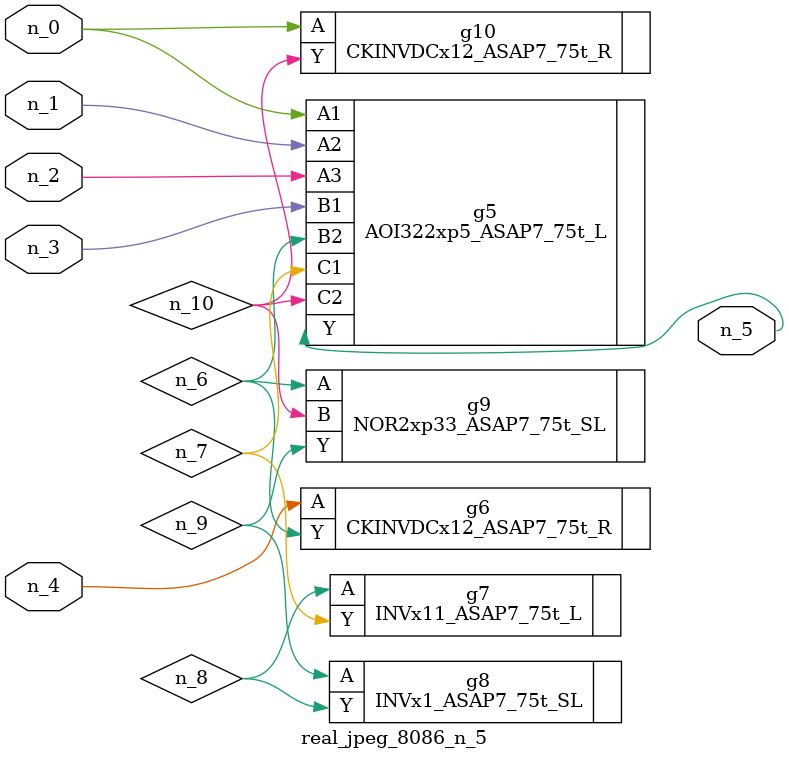
<source format=v>
module real_jpeg_8086_n_5 (n_4, n_0, n_1, n_2, n_3, n_5);

input n_4;
input n_0;
input n_1;
input n_2;
input n_3;

output n_5;

wire n_8;
wire n_6;
wire n_7;
wire n_10;
wire n_9;

AOI322xp5_ASAP7_75t_L g5 ( 
.A1(n_0),
.A2(n_1),
.A3(n_2),
.B1(n_3),
.B2(n_6),
.C1(n_7),
.C2(n_10),
.Y(n_5)
);

CKINVDCx12_ASAP7_75t_R g10 ( 
.A(n_0),
.Y(n_10)
);

CKINVDCx12_ASAP7_75t_R g6 ( 
.A(n_4),
.Y(n_6)
);

NOR2xp33_ASAP7_75t_SL g9 ( 
.A(n_6),
.B(n_10),
.Y(n_9)
);

INVx11_ASAP7_75t_L g7 ( 
.A(n_8),
.Y(n_7)
);

INVx1_ASAP7_75t_SL g8 ( 
.A(n_9),
.Y(n_8)
);


endmodule
</source>
